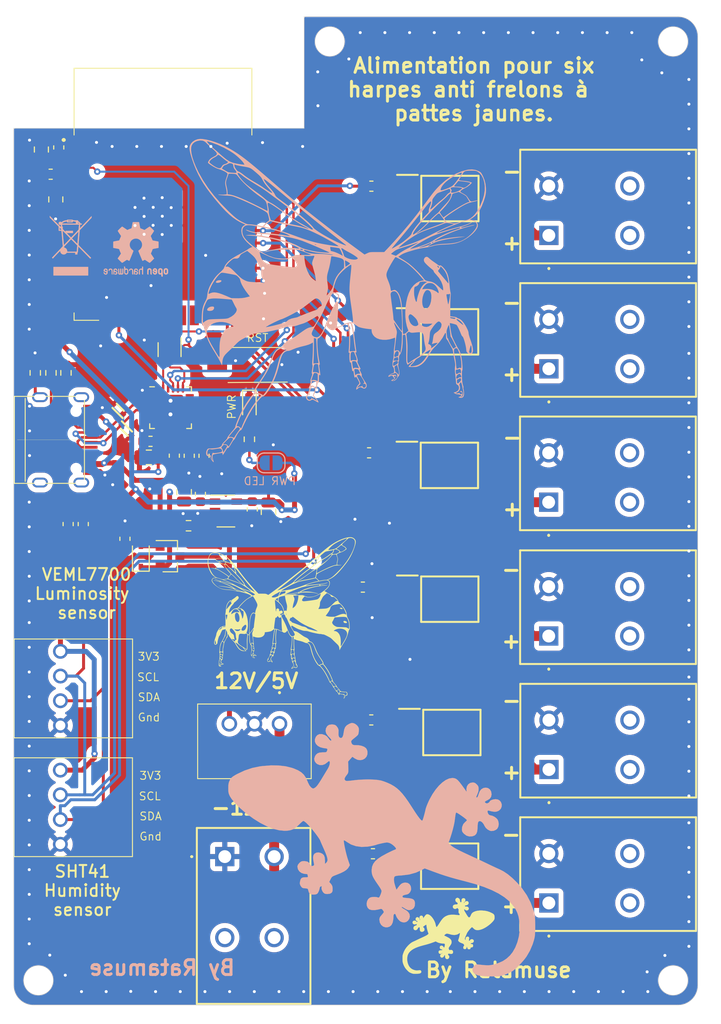
<source format=kicad_pcb>
(kicad_pcb (version 20221018) (generator pcbnew)
  (layers (0 "F.Cu" signal) (31 "B.Cu" signal) (34 "B.Paste" user) (35 "F.Paste" user) (36 "B.SilkS" user "B.Silkscreen") (37 "F.SilkS" user "F.Silkscreen") (38 "B.Mask" user) (39 "F.Mask" user) (44 "Edge.Cuts" user))
  (net 0 "")
  (net 1 "GND")
  (net 2 "+3V3")
  (net 3 "RST_EN")
  (net 4 "VBUS")
  (net 5 "DTR")
  (net 6 "RTS")
  (net 7 "IO0")
  (net 8 "SCL")
  (net 9 "UORXD")
  (net 10 "SDA")
  (net 11 "Net-(J13-CC1)")
  (net 12 "UOTXD")
  (net 14 "Net-(J13-CC2)")
  (net 16 "Net-(J13-SHIELD)")
  (net 17 "Net-(U12-VBUS)")
  (net 18 "Net-(U12-~{RSTb})")
  (net 22 "IO13")
  (net 23 "IO04")
  (net 24 "IO16")
  (net 25 "IO17")
  (net 26 "IO18")
  (net 27 "IO19")
  (net 31 "Net-(R2-Pad1)")
  (net 32 "Net-(R3-Pad1)")
  (net 33 "Net-(R4-Pad1)")
  (net 34 "Net-(R5-Pad1)")
  (net 35 "Net-(R6-Pad1)")
  (net 36 "Net-(R7-Pad1)")
  (net 37 "+5V")
  (net 38 "VBAT")
  (net 39 "Sensor_VN_IO39")
  (net 45 "USBD_P")
  (net 46 "USBD_N")
  (net 47 "Net-(D15-Pad2)")
  (net 48 "Net-(JP21-Pad2)")
  (net 64 "Vout5V")
  (net 65 "Net-(U13-CE)")
  (net 74 "Net-(J2-Pin_1)")
  (net 75 "Net-(J3-Pin_1)")
  (net 76 "Net-(J4-Pin_1)")
  (net 77 "Net-(J5-Pin_1)")
  (net 78 "Net-(J6-Pin_1)")
  (net 79 "Net-(J8-Pin_1)")
  (footprint "Capacitor_SMD:C_0805_2012Metric" (layer "F.Cu") (at 99.3 82.54 90)
    (fp_text reference "C1" hide)
    (fp_text value "22µF" hide)
  )
  (footprint "Capacitor_SMD:C_0603_1608Metric" (layer "F.Cu") (at 101.06 82.33 90)
    (fp_text reference "C2" hide)
    (fp_text value "0.1µF" hide)
  )
  (footprint "Capacitor_SMD:C_0805_2012Metric" (layer "F.Cu") (at 100.76 87.59 -90)
    (fp_text reference "C3" hide)
    (fp_text value "22µF" hide)
  )
  (footprint "Capacitor_SMD:C_0805_2012Metric" (layer "F.Cu") (at 110.18 113.69 180)
    (fp_text reference "C6" hide)
    (fp_text value "4.7µF" hide)
  )
  (footprint "Capacitor_SMD:C_0603_1608Metric" (layer "F.Cu") (at 110.35 112.07 180)
    (fp_text reference "C7" hide)
    (fp_text value "0.1µF" hide)
  )
  (footprint "Capacitor_SMD:C_0603_1608Metric" (layer "F.Cu") (at 115.4 117.39 90)
    (fp_text reference "C9" hide)
    (fp_text value "0.1µF" hide)
  )
  (footprint "Capacitor_SMD:C_0603_1608Metric" (layer "F.Cu") (at 120.65 118.96 -90)
    (fp_text reference "C11" hide)
    (fp_text value "0.1µF" hide)
  )
  (footprint "Resistor_SMD:R_0603_1608Metric" (layer "F.Cu") (at 100.24 85.04)
    (fp_text reference "R1" hide)
    (fp_text value "10K" hide)
  )
  (footprint "Resistor_SMD:R_0603_1608Metric" (layer "F.Cu") (at 132.71 86.25 180)
    (fp_text reference "R2" hide)
    (fp_text value "1K" hide)
  )
  (footprint "Resistor_SMD:R_0603_1608Metric" (layer "F.Cu") (at 132.61 99.63 180)
    (fp_text reference "R3" hide)
    (fp_text value "1K" hide)
  )
  (footprint "Resistor_SMD:R_0603_1608Metric" (layer "F.Cu") (at 132.48 113.23 180)
    (fp_text reference "R4" hide)
    (fp_text value "1K" hide)
  )
  (footprint "Resistor_SMD:R_0603_1608Metric" (layer "F.Cu") (at 131.85 126.82 180)
    (fp_text reference "R5" hide)
    (fp_text value "1K" hide)
  )
  (footprint "Resistor_SMD:R_0603_1608Metric" (layer "F.Cu") (at 132.7 140.26 180)
    (fp_text reference "R6" hide)
    (fp_text value "1K" hide)
  )
  (footprint "Resistor_SMD:R_0603_1608Metric" (layer "F.Cu") (at 132.87 153.8 180)
    (fp_text reference "R7" hide)
    (fp_text value "1K" hide)
  )
  (footprint "Resistor_SMD:R_0603_1608Metric" (layer "F.Cu") (at 112.76 113.52 -90)
    (fp_text reference "R12" hide)
    (fp_text value "22.1K" hide)
  )
  (footprint "Resistor_SMD:R_0603_1608Metric" (layer "F.Cu") (at 114.27 113.53 90)
    (fp_text reference "R13" hide)
    (fp_text value "47.5k" hide)
  )
  (footprint "Resistor_SMD:R_0603_1608Metric" (layer "F.Cu") (at 115.77 113.53 -90)
    (fp_text reference "R14" hide)
    (fp_text value "1K" hide)
  )
  (footprint "Empreintes:ESP32WROOM32EM113EH2800PH3Q0" (layer "F.Cu") (at 102.61 99.82)
    (fp_text reference "U1" hide)
    (fp_text value "ESP32-WROOM-32D" hide)
  )
  (footprint "Empreintes:SOP254P960X420-4N" (layer "F.Cu") (at 140.66 87.5)
    (fp_text reference "U2" hide)
    (fp_text value "PC817" hide)
  )
  (footprint "Empreintes:SOP254P960X420-4N" (layer "F.Cu") (at 140.63 100.99)
    (fp_text reference "U3" hide)
    (fp_text value "PC817" hide)
  )
  (footprint "Empreintes:SOP254P960X420-4N" (layer "F.Cu") (at 140.61 114.5)
    (fp_text reference "U4" hide)
    (fp_text value "PC817" hide)
  )
  (footprint "Empreintes:SOP254P960X420-4N" (layer "F.Cu") (at 140.65 128.04)
    (fp_text reference "U5" hide)
    (fp_text value "PC817" hide)
  )
  (footprint "Empreintes:SOP254P960X420-4N" (layer "F.Cu") (at 140.86 141.53)
    (fp_text reference "U6" hide)
    (fp_text value "PC817" hide)
  )
  (footprint "Empreintes:SOP254P960X420-4N" (layer "F.Cu") (at 140.64 155.06)
    (fp_text reference "U7" hide)
    (fp_text value "PC817" hide)
  )
  (footprint "Package_DFN_QFN:QFN-24-1EP_4x4mm_P0.5mm_EP2.6x2.6mm" (layer "F.Cu") (at 112.38 108.66)
    (fp_text reference "U12" hide)
    (fp_text value "CP2102N-A02-GQFN24" hide)
  )
  (footprint "Package_TO_SOT_SMD:SOT-23-5" (layer "F.Cu") (at 117.98 119.12)
    (fp_text reference "U13" hide)
    (fp_text value "XC6220B331MR" hide)
  )
  (footprint "Empreintes:PTS636SL43SMTRLFS" (layer "F.Cu") (at 121.2 104.32)
    (fp_text reference "SW1" hide)
    (fp_text value "SW_Push" hide)
  )
  (footprint "Fiducial:Fiducial_1.5mm_Mask3mm" (layer "F.Cu") (at 123.65 82.47)
    (fp_text reference "FID1" hide)
    (fp_text value "Fiducial" hide)
  )
  (footprint "Fiducial:Fiducial_1.5mm_Mask3mm" (layer "F.Cu") (at 105.59 163.74)
    (fp_text reference "FID2" hide)
    (fp_text value "Fiducial" hide)
  )
  (footprint "Fiducial:Fiducial_1.5mm_Mask3mm" (layer "F.Cu") (at 157.99 74.6)
    (fp_text reference "FID3" hide)
    (fp_text value "Fiducial" hide)
  )
  (footprint "Fiducial:Fiducial_1.5mm_Mask3mm" (layer "F.Cu") (at 156.34 164.44)
    (fp_text reference "FID4" hide)
    (fp_text value "Fiducial" hide)
  )
  (footprint "Resistor_SMD:R_0603_1608Metric" (layer "F.Cu") (at 103.54 120.44 90)
    (fp_text reference "R16" hide)
    (fp_text value "2.2K" hide)
  )
  (footprint "Resistor_SMD:R_0603_1608Metric" (layer "F.Cu") (at 102.01 120.44 90)
    (fp_text reference "R17" hide)
    (fp_text value "2.2K" hide)
  )
  (footprint "Diode_SMD:D_SOD-323" (layer "F.Cu") (at 109.37 123.71 90)
    (fp_text reference "D4" hide)
    (fp_text value "D_Schottky" hide)
  )
  (footprint "Package_TO_SOT_SMD:SOT-363_SC-70-6" (layer "F.Cu") (at 112.28 102.79 -90)
    (fp_text reference "Q1" hide)
    (fp_text value "UMH3N" hide)
  )
  (footprint "Package_TO_SOT_SMD:SOT-23" (layer "F.Cu") (at 112.32 123.69)
    (fp_text reference "Q2" hide)
    (fp_text value "DMG2301L" hide)
  )
  (footprint "Resistor_SMD:R_0603_1608Metric" (layer "F.Cu") (at 107.76 121.93 90)
    (fp_text reference "R19" hide)
    (fp_text value "10K" hide)
  )
  (footprint "Empreintes:SODFL1406X65N" (layer "F.Cu") (at 106.7 114.94 -90)
    (fp_text reference "D1" hide)
    (fp_text value "SP1003-01DTG" hide)
  )
  (footprint "Empreintes:SODFL1406X65N" (layer "F.Cu") (at 107.06 108.82 135)
    (fp_text reference "D2" hide)
    (fp_text value "SP1003-01DTG" hide)
  )
  (footprint "Empreintes:SODFL1406X65N" (layer "F.Cu") (at 107.92 110.94 -45)
    (fp_text reference "D3" hide)
    (fp_text value "SP1003-01DTG" hide)
  )
  (footprint "Empreintes:TYPE-C-31-M-12" (layer "F.Cu") (at 99.16 111.92 -90)
    (fp_text reference "J13" hide)
    (fp_text value "USB_C_Receptacle_USB2.0 USB4105-GF-A " hide)
  )
  (footprint "Resistor_SMD:R_0603_1608Metric" (layer "F.Cu") (at 98.68 105.14 -90)
    (fp_text reference "R26" hide)
    (fp_text value "1M" hide)
  )
  (footprint "Resistor_SMD:R_0603_1608Metric" (layer "F.Cu") (at 101.79 105.14 -90)
    (fp_text reference "R33" hide)
    (fp_text value "5.1K" hide)
  )
  (footprint "Resistor_SMD:R_0603_1608Metric" (layer "F.Cu") (at 100.27 105.14 -90)
    (fp_text reference "R34" hide)
    (fp_text value "5.1K" hide)
  )
  (footprint "LED_SMD:LED_0603_1608Metric_Castellated" (layer "F.Cu") (at 120.36 108.58 -90)
    (fp_text reference "D15" hide)
    (fp_text value "LED Green" hide)
  )
  (footprint "Resistor_SMD:R_0603_1608Metric" (layer "F.Cu") (at 120.36 111.86 -90)
    (fp_text reference "R29" hide)
    (fp_text value "10K" hide)
  )
  (footprint "Capacitor_SMD:C_0805_2012Metric" (layer "F.Cu") (at 113.75 117.21 90)
    (fp_text reference "C24" hide)
    (fp_text value "10µF")
  )
  (footprint "Capacitor_SMD:C_0805_2012Metric" (layer "F.Cu") (at 122.3 119.21 -90)
    (fp_text reference "C25" hide)
    (fp_text value "10µF")
  )
  (footprint "Empreintes:Logo Ratamuse petit" (layer "F.Cu") (at 140.53 162.11)
    (fp_text reference "G***" hide)
    (fp_text value "LOGO" hide)
  )
  (footprint "Empreintes:1989764" (layer "F.Cu") (at 101.23 133.32 -90)
    (fp_text reference "J7" hide)
    (fp_text value "Conn_01x04" hide)
  )
  (footprint "Empreintes:1190297" (layer "F.Cu") (at 117.87 154.09)
    (fp_text reference "J10" hide)
    (fp_text value "Screw_Terminal_01x02" hide)
  )
  (footprint "Empreintes:R785010" (layer "F.Cu") (at 123.41 140.65 180)
    (fp_text reference "PS1" hide)
    (fp_text value "R-785.0-1.0" hide)
  )
  (footprint "Empreintes:1190297" (layer "F.Cu") (at 150.68 91.23 90)
    (fp_text reference "J2" hide)
    (fp_text value "Conn_01x02_MountingPin" hide)
  )
  (footprint "Empreintes:1190297" (layer "F.Cu") (at 150.66 118.23 90)
    (fp_text reference "J4" hide)
    (fp_text value "Conn_01x02_MountingPin" hide)
  )
  (footprint "Empreintes:logo frelon petit" (layer "F.Cu") (at 123.62 129.95)
    (fp_text reference "G***")
    (fp_text value "LOGO" hide)
  )
  (footprint "Empreintes:1190297" (layer "F.Cu") (at 150.68 104.73 90)
    (fp_text reference "J3" hide)
    (fp_text value "Conn_01x02_MountingPin" hide)
  )
  (footprint "Empreintes:1989764" (layer "F.Cu") (at 101.22 145.34 -90)
    (fp_text reference "J1" hide)
    (fp_text value "Conn_01x04" hide)
  )
  (footprint "Empreintes:1190297" (layer "F.Cu") (at 150.68 158.78 90)
    (fp_text reference "J8" hide)
    (fp_text value "Conn_01x02_MountingPin" hide)
  )
  (footprint "Empreintes:1190297" (layer "F.Cu") (at 150.69 145.28 90)
    (fp_text reference "J6" hide)
    (fp_text value "Conn_01x02_MountingPin" hide)
  )
  (footprint "Resistor_SMD:R_0603_1608Metric" (layer "F.Cu") (at 114.2 120.61 180)
    (fp_text reference "R37" hide)
    (fp_text value "10K")
  )
  (footprint "Empreintes:1190297" (layer "F.Cu") (at 150.67 131.77 90)
    (fp_text reference "J5" hide)
    (fp_text value "Conn_01x02_MountingPin" hide)
  )
  (footprint "Jumper:SolderJumper-2_P1.3mm_Open_RoundedPad1.0x1.5mm" (layer "B.Cu") (at 122.56 114.25 180)
    (fp_text reference "JP21" hide)
    (fp_text value "SolderJumper_2_Open" hide)
  )
  (footprint "Empreintes:Logo Ratamuse" (layer "B.Cu") (at 133.747371 153.416572 180)
    (fp_text reference "G***" hide)
    (fp_text value "LOGO" hide)
  )
  (footprint "Symbol:OSHW-Logo2_7.3x6mm_SilkScreen" (layer "B.Cu") (at 108.87 92.64 180)
    (fp_text reference "REF**" hide)
    (fp_text value "OSHW-Logo2_7.3x6mm_SilkScreen" hide)
  )
  (footprint "Symbol:WEEE-Logo_4.2x6mm_SilkScreen" (layer "B.Cu") (at 102.27 92.27 180)
    (fp_text reference "REF**" hide)
    (fp_text value "WEEE-Logo_4.2x6mm_SilkScreen" hide)
  )
  (footprint "Empreintes:logo frelon" (layer "B.Cu") (at 129.330867 97.850326 180)
    (fp_text reference "G***" hide)
    (fp_text value "LOGO" hide)
  )
  (gr_line (start 98.5 169.11) (end 163.76 169.11) (stroke (width 0.05)) (layer "Edge.Cuts"))
  (gr_circle (center 99 166.61) (end 99 168.11) (stroke (width 0.05)) (fill none) (layer "Edge.Cuts"))
  (gr_line (start 96.5 80.39) (end 96.5 167.11) (stroke (width 0.05)) (layer "Edge.Cuts"))
  (gr_line (start 125.9 80.39) (end 125.9 69.1) (stroke (width 0.05)) (layer "Edge.Cuts"))
  (gr_circle (center 163.26 71.61) (end 163.26 70.11) (stroke (width 0.05)) (fill none) (layer "Edge.Cuts"))
  (gr_circle (center 128.5 71.61) (end 128.5 70.11) (stroke (width 0.05)) (fill none) (layer "Edge.Cuts"))
  (gr_arc (start 165.76 167.11) (mid 165.174214 168.524214) (end 163.76 169.11) (stroke (width 0.05)) (layer "Edge.Cuts"))
  (gr_line (start 165.76 167.11) (end 165.76 71.1) (stroke (width 0.05)) (layer "Edge.Cuts"))
  (gr_line (start 163.76 69.1) (end 125.9 69.1) (stroke (width 0.05)) (layer "Edge.Cuts"))
  (gr_arc (start 98.5 169.11) (mid 97.085786 168.524214) (end 96.5 167.11) (stroke (width 0.05)) (layer "Edge.Cuts"))
  (gr_line (start 96.5 80.39) (end 125.9 80.39) (stroke (width 0.05)) (layer "Edge.Cuts"))
  (gr_circle (center 163.26 166.61) (end 163.26 168.11) (stroke (width 0.05)) (fill none) (layer "Edge.Cuts"))
  (gr_arc (start 163.76 69.1) (mid 165.174214 69.685786) (end 165.76 71.1) (stroke (width 0.05)) (layer "Edge.Cuts"))
  (gr_text "PWR LED" (at 122.43 116.09) (layer "B.SilkS") (effects (font (size 0.8 0.8) (thickness 0.1)) (justify mirror)))
  (gr_text "By Ratamuse" (at 111.5 165.34) (layer "B.SilkS") (effects (font (size 1.5 1.5) (thickness 0.3)) (justify mirror)))
  (gr_text "RST" (at 121.19 101.6) (layer "F.SilkS") (effects (font (size 0.8 0.8) (thickness 0.1))))
  (gr_text "By Ratamuse" (at 145.59 165.57) (layer "F.SilkS") (effects (font (size 1.5 1.5) (thickness 0.3))))
  (gr_text "Gnd" (at 110.19 140) (layer "F.SilkS") (effects (font (size 0.8 0.8) (thickness 0.1))))
  (gr_text "SDA" (at 110.19 137.96) (layer "F.SilkS") (effects (font (size 0.8 0.8) (thickness 0.1))))
  (gr_text "3V3" (at 110.17 133.85) (layer "F.SilkS") (effects (font (size 0.8 0.8) (thickness 0.1))))
  (gr_text "SCL" (at 110.11 135.93) (layer "F.SilkS") (effects (font (size 0.8 0.8) (thickness 0.1))))
  (gr_text "PWR" (at 118.57 108.58 90) (layer "F.SilkS") (effects (font (size 0.8 0.8) (thickness 0.1))))
  (gr_text "SCL" (at 110.28 147.98) (layer "F.SilkS") (effects (font (size 0.8 0.8) (thickness 0.1))))
  (gr_text "-12V+" (at 116.34 150) (layer "F.SilkS") (effects (font (size 1.5 1.5) (thickness 0.3) bold) (justify left bottom)))
  (gr_text "-\n\n\n+" (at 145.74 159.95) (layer "F.SilkS") (effects (font (size 1.5 1.5) (thickness 0.3) bold) (justify left bottom)))
  (gr_text "-\n\n\n+" (at 145.85 119.77) (layer "F.SilkS") (effects (font (size 1.5 1.5) (thickness 0.3) bold) (justify left bottom)))
  (gr_text "SDA" (at 110.36 150.01) (layer "F.SilkS") (effects (font (size 0.8 0.8) (thickness 0.1))))
  (gr_text "Gnd" (at 110.36 152.05) (layer "F.SilkS") (effects (font (size 0.8 0.8) (thickness 0.1))))
  (gr_text "VEML7700\nLuminosity \nsensor" (at 103.88 130.11) (layer "F.SilkS") (effects (font (size 1.2 1.2) (thickness 0.2) bold) (justify bottom)))
  (gr_text "-\n\n\n+" (at 145.82 92.85) (layer "F.SilkS") (effects (font (size 1.5 1.5) (thickness 0.3) bold) (justify left bottom)))
  (gr_text "-\n\n\n+" (at 145.8 106.12) (layer "F.SilkS") (effects (font (size 1.5 1.5) (thickness 0.3) bold) (justify left bottom)))
  (gr_text "SHT41\nHumidity\nsensor" (at 103.45 160.16) (layer "F.SilkS") (effects (font (size 1.2 1.2) (thickness 0.2) bold) (justify bottom)))
  (gr_text "-\n\n\n+" (at 145.75 133.14) (layer "F.SilkS") (effects (font (size 1.5 1.5) (thickness 0.3) bold) (justify left bottom)))
  (gr_text "-\n\n\n+" (at 145.78 146.4) (layer "F.SilkS") (effects (font (size 1.5 1.5) (thickness 0.3) bold) (justify left bottom)))
  (gr_text "3V3" (at 110.34 145.9) (layer "F.SilkS") (effects (font (size 0.8 0.8) (thickness 0.1))))
  (gr_text "Alimentation pour six\nharpes anti frelons à \npattes jaunes.\n\n" (at 143.09 82.17) (layer "F.SilkS") (effects (font (size 1.5 1.5) (thickness 0.3) bold) (justify bottom)))
  (gr_text "12V/5V" (at 116.65 137.2) (layer "F.SilkS") (effects (font (size 1.5 1.5) (thickness 0.3) bold) (justify left bottom)))
  (segment (start 109.5625 112.5375) (end 109.23 112.87) (width 0.25) (layer "F.Cu") (net 1))
  (segment (start 114.48 116.26) (end 114.8225 116.6025) (width 0.3) (layer "F.Cu") (net 1))
  (segment (start 114.8225 116.6025) (end 115.4 116.6025) (width 0.3) (layer "F.Cu") (net 1))
  (segment (start 115.37 119.12) (end 115.13 119.36) (width 0.3) (layer "F.Cu") (net 1))
  (segment (start 115.13 119.36) (end 114.88 119.61) (width 0.3) (layer "F.Cu") (net 1))
  (segment (start 113.75 116.26) (end 113.75 115.76) (width 0.3) (layer "F.Cu") (net 1))
  (segment (start 115.35 115.62) (end 115 115.27) (width 0.3) (layer "F.Cu") (net 1))
  (segment (start 101.06 81.5425) (end 101.535 81.5425) (width 0.5) (layer "F.Cu") (net 1))
  (segment (start 109.5925 110.9825) (end 109.41 110.8) (width 0.3) (layer "F.Cu") (net 1))
  (segment (start 116.88 119.12) (end 115.37 119.12) (width 0.3) (layer "F.Cu") (net 1))
  (segment (start 106.7 115.64) (end 106.7 116.28) (width 0.3) (layer "F.Cu") (net 1))
  (segment (start 103.075 81.82) (end 103.1 81.845) (width 0.5) (layer "F.Cu") (net 1))
  (segment (start 105.73 115.41) (end 105.73 115.480002) (width 0.3) (layer "F.Cu") (net 1))
  (segment (start 100.2675 81.5425) (end 101.06 81.5425) (width 0.5) (layer "F.Cu") (net 1))
  (segment (start 109.520866 107.680866) (end 109.520866 106.899134) (width 0.2) (layer "F.Cu") (net 1))
  (segment (start 114.27 114.3175) (end 114.27 115.24) (width 0.3) (layer "F.Cu") (net 1))
  (segment (start 104.26 115.32) (end 105.64 115.32) (width 0.3) (layer "F.Cu") (net 1))
  (segment (start 109.75 107.91) (end 109.520866 107.680866) (width 0.2) (layer "F.Cu") (net 1))
  (segment (start 100.2075 81.6025) (end 100.2675 81.5425) (width 0.5) (layer "F.Cu") (net 1))
  (segment (start 105.73 115.480002) (end 105.64 115.390002) (width 0.3) (layer "F.Cu") (net 1))
  (segment (start 109.23 112.87) (end 109.23 113.69) (width 0.25) (layer "F.Cu") (net 1))
  (segment (start 109.42 106.869619) (end 109.449515 106.899134) (width 0.2) (layer "F.Cu") (net 1))
  (segment (start 105.33 108.52) (end 105.47 108.66) (width 0.3) (layer "F.Cu") (net 1))
  (segment (start 101.8125 81.82) (end 103.075 81.82) (width 0.5) (layer "F.Cu") (net 1))
  (segment (start 109.5625 112.07) (end 109.5625 112.5375) (width 0.25) (layer "F.Cu") (net 1))
  (segment (start 101.535 81.5425) (end 101.8125 81.82) (width 0.5) (layer "F.Cu") (net 1))
  (segment (start 105.64 115.32) (end 105.73 115.41) (width 0.3) (layer "F.Cu") (net 1))
  (segment (start 120.6 119.7975) (end 120.65 119.7475) (width 0.25) (layer "F.Cu") (net 1))
  (segment (start 113.75 115.76) (end 114.23 115.28) (width 0.3) (layer "F.Cu") (net 1))
  (segment (start 104.26 108.82) (end 105.31 108.82) (width 0.3) (layer "F.Cu") (net 1))
  (segment (start 114.27 115.24) (end 114.23 115.28) (width 0.3) (layer "F.Cu") (net 1))
  (segment (start 104.26 115.02) (end 105.269998 115.02) (width 0.3) (layer "F.Cu") (net 1))
  (segment (start 113.75 116.26) (end 114.48 116.26) (width 0.3) (layer "F.Cu") (net 1))
  (segment (start 99.3 81.6025) (end 100.2075 81.6025) (width 0.5) (layer "F.Cu") (net 1))
  (segment (start 105.64 115.390002) (end 105.64 115.32) (width 0.3) (layer "F.Cu") (net 1))
  (segment (start 104.26 108.52) (end 105.33 108.52) (width 0.3) (layer "F.Cu") (net 1))
  (segment (start 106.7 116.28) (end 106.52 116.46) (width 0.3) (layer "F.Cu") (net 1))
  (segment (start 105.31 108.82) (end 105.47 108.66) (width 0.3) (layer "F.Cu") (net 1))
  (segment (start 105.269998 115.02) (end 105.73 115.480002) (width 0.3) (layer "F.Cu") (net 1))
  (segment (start 120.6 119.7975) (end 120.6 120.60999) (width 0.3) (layer "F.Cu") (net 1))
  (segment (start 109.449515 106.899134) (end 109.520866 106.899134) (width 0.2) (layer "F.Cu") (net 1))
  (segment (start 109.5925 112.06) (end 109.5925 110.9825) (width 0.3) (layer "F.Cu") (net 1))
  (segment (start 110.4425 107.91) (end 109.75 107.91) (width 0.2) (layer "F.Cu") (net 1))
  (via (at 164.86 128.17) (size 0.65) (drill 0.3) (layers "F.Cu" "B.Cu") (net 1))
  (via (at 122.78 112.42) (size 0.65) (drill 0.3) (layers "F.Cu" "B.Cu") (net 1))
  (via (at 100.74 89.56) (size 0.65) (drill 0.3) (layers "F.Cu" "B.Cu") (net 1))
  (via (at 106.52 116.46) (size 0.65) (drill 0.3) (layers "F.Cu" "B.Cu") (net 1))
  (via (at 164.86 95.45) (size 0.65) (drill 0.3) (layers "F.Cu" "B.Cu") (net 1))
  (via (at 160.7 167.75) (size 0.65) (drill 0.3) (layers "F.Cu" "B.Cu") (net 1))
  (via (at 98.07 123.22) (size 0.65) (drill 0.3) (layers "F.Cu" "B.Cu") (net 1))
  (via (at 164.86 103.17) (size 0.65) (drill 0.3) (layers "F.Cu" "B.Cu") (net 1))
  (via (at 110.86 167.75) (size 0.65) (drill 0.3) (layers "F.Cu" "B.Cu") (net 1))
  (via (at 98.1 111.01) (size 0.65) (drill 0.3) (layers "F.Cu" "B.Cu") (net 1))
  (via (at 127.3 78.11) (size 0.65) (drill 0.3) (layers "F.Cu" "B.Cu") (net 1))
  (via (at 98.07 95.72) (size 0.65) (drill 0.3) (layers "F.Cu" "B.Cu") (net 1))
  (via (at 98.07 145.41) (size 0.65) (drill 0.3) (layers "F.Cu" "B.Cu") (net 1))
  (via (at 164.86 90.45) (size 0.65) (drill 0.3) (layers "F.Cu" "B.Cu") (net 1))
  (via (at 101.72 166.09) (size 0.65) (drill 0.3) (layers "F.Cu" "B.Cu") (net 1))
  (via (at 109.7 89.31) (size 0.65) (drill 0.3) (layers "F.Cu" "B.Cu") (net 1))
  (via (at 108.78 90.23) (size 0.65) (drill 0.3) (layers "F.Cu" "B.Cu") (net 1))
  (via (at 164.86 75.45) (size 0.65) (drill 0.3) (layers "F.Cu" "B.Cu") (net 1))
  (via (at 164.86 135.92) (size 0.65) (drill 0.3) (layers "F.Cu" "B.Cu") (net 1))
  (via (at 109.69 87.46) (size 0.65) (drill 0.3) (layers "F.Cu" "B.Cu") (net 1))
  (via (at 140.7 167.75) (size 0.65) (drill 0.3) (layers "F.Cu" "B.Cu") (net 1))
  (via (at 115.86 167.75) (size 0.65) (drill 0.3) (layers "F.Cu" "B.Cu") (net 1))
  (via (at 98.07 160.41) (size 0.65) (drill 0.3) (layers "F.Cu" "B.Cu") (net 1))
  (via (at 164.86 118.17) (size 0.65) (drill 0.3) (layers "F.Cu" "B.Cu") (net 1))
  (via (at 105.9 97.51) (size 0.65) (drill 0.3) (layers "F.Cu" "B.Cu") (net 1))
  (via (at 143.2 167.75) (size 0.65) (drill 0.3) (layers "F.Cu" "B.Cu") (net 1))
  (via (at 154.08 70.71) (size 0.65) (drill 0.3) (layers "F.Cu" "B.Cu") (net 1))
  (via (at 125.75 82.23) (size 0.65) (drill 0.3) (layers "F.Cu" "B.Cu") (net 1))
  (via (at 116.46 82.23) (size 0.65) (drill 0.3) (layers "F.Cu" "B.Cu") (net 1))
  (via (at 98.07 147.91) (size 0.65) (drill 0.3) (layers "F.Cu" "B.Cu") (net 1))
  (via (at 125.86 167.75) (size 0.65) (drill 0.3) (layers "F.Cu" "B.Cu") (net 1))
  (via (at 98.07 140.41) (size 0.65) (drill 0.3) (layers "F.Cu" "B.Cu") (net 1))
  (via (at 128.36 167.75) (size 0.65) (drill 0.3) (layers "F.Cu" "B.Cu") (net 1))
  (via (at 160.63 165.75) (size 0.65) (drill 0.3) (layers "F.Cu" "B.Cu") (net 1))
  (via (at 110.4 96.31) (size 0.65) (drill 0.3) (layers "F.Cu" "B.Cu") (net 1))
  (via (at 148.2 167.75) (size 0.65) (drill 0.3) (layers "F.Cu" "B.Cu") (net 1))
  (via (at 118.96 103.91) (size 0.65) (drill 0.3) (layers "F.Cu" "B.Cu") (net 1))
  (via (at 164.86 130.67) (size 0.65) (drill 0.3) (layers "F.Cu" "B.Cu") (net 1))
  (via (at 112.44 88.42) (size 0.65) (drill 0.3) (layers "F.Cu" "B.Cu") (net 1))
  (via (at 104.88 81.82) (size 0.65) (drill 0.3) (layers "F.Cu" "B.Cu") (net 1))
  (via (at 98.07 98.22) (size 0.65) (drill 0.3) (layers "F.Cu" "B.Cu") (net 1))
  (via (at 109.72 101.82) (size 0.65) (drill 0.3) (layers "F.Cu" "B.Cu") (net 1))
  (via (at 146.58 70.71) (size 0.65) (drill 0.3) (layers "F.Cu" "B.Cu") (net 1))
  (via (at 164.86 150.67) (size 0.65) (drill 0.3) (layers "F.Cu" "B.Cu") (net 1))
  (via (at 103.36 167.75) (size 0.65) (drill 0.3) (layers "F.Cu" "B.Cu") (net 1))
  (via (at 111.46 82.23) (size 0.65) (drill 0.3) (layers "F.Cu" "B.Cu") (net 1))
  (via (at 108.96 82.23) (size 0.65) (drill 0.3) (layers "F.Cu" "B.Cu") (net 1))
  (via (at 107.77 120.12) (size 0.65) (drill 0.3) (layers "F.Cu" "B.Cu") (net 1))
  (via (at 105.47 108.66) (size 0.65) (drill 0.3) (layers "F.Cu" "B.Cu") (net 1))
  (via (at 98.07 118.22) (size 0.65) (drill 0.3) (layers "F.Cu" "B.Cu") (net 1))
  (via (at 164.86 123.17) (size 0.65) (drill 0.3) (layers "F.Cu" "B.Cu") (net 1))
  (via (at 160.09 73.47) (size 0.65) (drill 0.3) (layers "F.Cu" "B.Cu") (net 1))
  (via (at 98.07 155.41) (size 0.65) (drill 0.3) (layers "F.Cu" "B.Cu") (net 1))
  (via (at 98.07 137.91) (size 0.65) (drill 0.3) (layers "F.Cu" "B.Cu") (net 1))
  (via (at 123.54 120.19) (size 0.65) (drill 0.3) (layers "F.Cu" "B.Cu") (net 1))
  (via (at 110.61 90.21) (size 0.65) (drill 0.3) (layers "F.Cu" "B.Cu") (net 1))
  (via (at 111.53 91.14) (size 0.65) (drill 0.3) (layers "F.Cu" "B.Cu") (net 1))
  (via (at 109.48 110.98) (size 0.65) (drill 0.3) (layers "F.Cu" "B.Cu") (net 1))
  (via (at 115.13 119.36) (size 0.65) (drill 0.3) (layers "F.Cu" "B.Cu") (net 1))
  (via (at 98.07 85.72) (size 0.65) (drill 0.3) (layers "F.Cu" "B.Cu") (net 1))
  (via (at 132.79 129.91) (size 0.65) (drill 0.3) (layers "F.Cu" "B.Cu") (net 1))
  (via (at 164.86 92.95) (size 0.65) (drill 0.3) (layers "F.Cu" "B.Cu") (net 1))
  (via (at 105.86 167.75) (size 0.65) (drill 0.3) (layers "F.Cu" "B.Cu") (net 1))
  (via (at 139.08 70.71) (size 0.65) (drill 0.3) (layers "F.Cu" "B.Cu") (net 1))
  (via (at 135.86 167.75) (size 0.65) (drill 0.3) (layers "F.Cu" "B.Cu") (net 1))
  (via (at 164.86 85.45) (size 0.65) (drill 0.3) (layers "F.Cu" "B.Cu") (net 1))
  (via (at 108.35 167.73) (size 0.65) (drill 0.3) (layers "F.Cu" "B.Cu") (net 1))
  (via (at 155.7 167.75) (size 0.65) (drill 0.3) (layers "F.Cu" "B.Cu") (net 1))
  (via (at 120.6 120.60999) (size 0.65) (drill 0.3) (layers "F.Cu" "B.Cu") (net 1))
  (via (at 118.36 167.75) (size 0.65) (drill 0.3) (layers "F.Cu" "B.Cu") (net 1))
  (via (at 164.86 140.45) (size 0.65) (drill 0.3) (layers "F.Cu" "B.Cu") (net 1))
  (via (at 159.08 70.71) (size 0.65) (drill 0.3) (layers "F.Cu" "B.Cu") (net 1))
  (via (at 105.73 115.480002) (size 0.65) (drill 0.3) (layers "F.Cu" "B.Cu") (net 1))
  (via (at 162.43 164.09) (size 0.65) (drill 0.3) (layers "F.Cu" "B.Cu") (net 1))
  (via (at 109.520866 106.899134) (size 0.65) (drill 0.3) (layers "F.Cu" "B.Cu") (net 1))
  (via (at 153.2 167.75) (size 0.65) (drill 0.3) (layers "F.Cu" "B.Cu") (net 1))
  (via (at 164.86 153.17) (size 0.65) (drill 0.3) (layers "F.Cu" "B.Cu") (net 1))
  (via (at 98.1 113.51) (size 0.65) (drill 0.3) (layers "F.Cu" "B.Cu") (net 1))
  (via (at 98.07 132.91) (size 0.65) (drill 0.3) (layers "F.Cu" "B.Cu") (net 1))
  (via (at 164.86 145.45) (size 0.65) (drill 0.3) (layers "F.Cu" "B.Cu") (net 1))
  (via (at 151.58 70.71) (size 0.65) (drill 0.3) (layers "F.Cu" "B.Cu") (net 1))
  (via (at 164.86 120.67) (size 0.65) (drill 0.3) (layers "F.Cu" "B.Cu") (net 1))
  (via (at 98.07 120.72) (size 0.65) (drill 0.3) (layers "F.Cu" "B.Cu") (net 1))
  (via (at 98.07 93.22) (size 0.65) (drill 0.3) (layers "F.Cu" "B.Cu") (net 1))
  (via (at 111.53 87.41) (size 0.65) (drill 0.3) (layers "F.Cu" "B.Cu") (net 1))
  (via (at 164.86 108.17) (size 0.65) (drill 0.3) (layers "F.Cu" "B.Cu") (net 1))
  (via (at 132.77 124.45) (size 0.65) (drill 0.3) (layers "F.Cu" "B.Cu") (net 1))
  (via (at 100.15 164.06) (size 0.65) (drill 0.3) (layers "F.Cu" "B.Cu") (net 1))
  (via (at 130.86 167.75) (size 0.65) (drill 0.3) (layers "F.Cu" "B.Cu") (net 1))
  (via (at 164.86 77.95) (size 0.65) (drill 0.3) (layers "F.Cu" "B.Cu") (net 1))
  (via (at 105.3 102.41) (size 0.65) (drill 0.3) (layers "F.Cu" "B.Cu") (net 1))
  (via (at 98.07 142.91) (size 0.65) (drill 0.3) (layers "F.Cu" "B.Cu") (net 1))
  (via (at 98.07 152.91) (size 0.65) (drill 0.3) (layers "F.Cu" "B.Cu") (net 1))
  (via (at 164.86 115.67) (size 0.65) (drill 0.3) (layers "F.Cu" "B.Cu") (net 1))
  (via (at 98.1 108.51) (size 0.65) (drill 0.3) (layers "F.Cu" "B.Cu") (net 1))
  (via (at 98.07 130.41) (size 0.65) (drill 0.3) (layers "F.Cu" "B.Cu") (net 1))
  (via (at 108.78 88.4) (size 0.65) (drill 0.3) (layers "F.Cu" "B.Cu") (net 1))
  (via (at 115.35 115.62) (size 0.65) (drill 0.3) (layers "F.Cu" "B.Cu") (net 1))
  (via (at 164.86 87.95) (size 0.65) (drill 0.3) (layers "F.Cu" "B.Cu") (net 1))
  (via (at 164.86 113.17) (size 0.65) (drill 0.3) (layers "F.Cu" "B.Cu") (net 1))
  (via (at 110.62 88.39) (size 0.65) (drill 0.3) (layers "F.Cu" "B.Cu") (net 1))
  (via (at 106.46 82.23) (size 0.65) (drill 0.3) (layers "F.Cu" "B.Cu") (net 1))
  (via (at 150.7 167.75) (size 0.65) (drill 0.3) (layers "F.Cu" "B.Cu") (net 1))
  (via (at 144.08 70.71) (size 0.65) (drill 0.3) (layers "F.Cu" "B.Cu") (net 1))
  (via (at 164.86 158.17) (size 0.65) (drill 0.3) (layers "F.Cu" "B.Cu") (net 1))
  (via (at 156.58 70.71) (size 0.65) (drill 0.3) (layers "F.Cu" "B.Cu") (net 1))
  (via (at 164.86 142.95) (size 0.65) (drill 0.3) (layers "F.Cu" "B.Cu") (net 1))
  (via (at 131.58 70.71) (size 0.65) (drill 0.3) (layers "F.Cu" "B.Cu") (net 1))
  (via (at 134.54 120.35) (size 0.65) (drill 0.3) (layers "F.Cu" "B.Cu") (net 1))
  (via (at 162.12 74.78) (size 0.65) (drill 0.3) (layers "F.Cu" "B.Cu") (net 1))
  (via (at 114.23 115.28) (size 0.65) (drill 0.3) (layers "F.Cu" "B.Cu") (net 1))
  (via (at 164.86 125.67) (size 0.65) (drill 0.3) (layers "F.Cu" "B.Cu") (net 1))
  (via (at 112.45 90.22) (size 0.65) (drill 0.3) (layers "F.Cu" "B.Cu") (net 1))
  (via (at 164.86 100.45) (size 0.65) (drill 0.3) (layers "F.Cu" "B.Cu") (net 1))
  (via (at 98.07 157.91) (size 0.65) (drill 0.3) (layers "F.Cu" "B.Cu") (net 1))
  (via (at 123.65 104.31) (size 0.65) (drill 0.3) (layers "F.Cu" "B.Cu") (net 1))
  (via (at 112.37 109.34) (size 0.8) (drill 0.4) (layers "F.Cu" "B.Cu") (net 1))
  (via (at 98.07 88.22) (size 0.65) (drill 0.3) (layers "F.Cu" "B.Cu") (net 1))
  (via (at 149.08 70.71) (size 0.65) (drill 0.3) (layers "F.Cu" "B.Cu") (net 1))
  (via (at 158.2 167.75) (size 0.65) (drill 0.3) (layers "F.Cu" "B.Cu") (net 1))
  (via (at 112.38 107.96) (size 0.8) (drill 0.4) (layers "F.Cu" "B.Cu") (net 1))
  (via (at 98.1 81.59) (size 0.65) (drill 0.3) (layers "F.Cu" "B.Cu") (net 1))
  (via (at 164.86 82.95) (size 0.65) (drill 0.3) (layers "F.Cu" "B.Cu") (net 1))
  (via (at 98.07 128.22) (size 0.65) (drill 0.3) (layers "F.Cu" "B.Cu") (net 1))
  (via (at 125.29 103.05) (size 0.65) (drill 0.3) (layers "F.Cu" "B.Cu") (net 1))
  (via (at 136.58 70.71) (size 0.65) (drill 0.3) (layers "F.Cu" "B.Cu") (net 1))
  (via (at 98.07 100.72) (size 0.65) (drill 0.3) (layers "F.Cu" "B.Cu") (net 1))
  (via (at 98.07 125.72) (size 0.65) (drill 0.3) (layers "F.Cu" "B.Cu") (net 1))
  (via (at 117.56 115.35) (size 0.65) (drill 0.3) (layers "F.Cu" "B.Cu") (net 1))
  (via (at 98.07 162.91) (size 0.65) (drill 0.3) (layers "F.Cu" "B.Cu") (net 1))
  (via (at 120.86 167.75) (size 0.65) (drill 0.3) (layers "F.Cu" "B.Cu") (net 1))
  (via (at 141.58 70.71) (size 0.65) (drill 0.3) (layers "F.Cu" "B.Cu") (net 1))
  (via (at 113.65 119.38) (size 0.65) (drill 0.3) (layers "F.Cu" "B.Cu") (net 1))
  (via (at 121.69 81.84) (size 0.65) (drill 0.3) (layers "F.Cu" "B.Cu") (net 1))
  (via (at 134.08 70.71) (size 0.65) (drill 0.3) (layers "F.Cu" "B.Cu") (net 1))
  (via (at 164.86 147.95) (size 0.65) (drill 0.3) (layers "F.Cu" "B.Cu") (net 1))
  (via (at 118.11 81.9) (size 0.65) (drill 0.3) (layers "F.Cu" "B.Cu") (net 1))
  (via (at 98.07 150.41) (size 0.65) (drill 0.3) (layers "F.Cu" "B.Cu") (net 1))
  (via (at 130.43 73.38) (size 0.65) (drill 0.3) (layers "F.Cu" "B.Cu") (net 1))
  (via (at 164.86 155.67) (size 0.65) (drill 0.3) (layers "F.Cu" "B.Cu") (net 1))
  (via (at 111.54 89.29) (size 0.65) (drill 0.3) (layers "F.Cu" "B.Cu") (net 1))
  (via (at 164.86 138.17) (size 0.65) (drill 0.3) (layers "F.Cu" "B.Cu") (net 1))
  (via (at 133.36 167.75) (size 0.65) (drill 0.3) (layers "F.Cu" "B.Cu") (net 1))
  (via (at 164.86 97.95) (size 0.65) (drill 0.3) (layers "F.Cu" "B.Cu") (net 1))
  (via (at 164.86 105.67) (size 0.65) (drill 0.3) (layers "F.Cu" "B.Cu") (net 1))
  (via (at 113.96 82.23) (size 0.65) (drill 0.3) (layers "F.Cu" "B.Cu") (net 1))
  (via (at 113.36 167.75) (size 0.65) (drill 0.3) (layers "F.Cu" "B.Cu") (net 1))
  (via (at 110.27 116.88) (size 0.65) (drill 0.3) (layers "F.Cu" "B.Cu") (net 1))
  (via (at 164.86 80.45) (size 0.65) (drill 0.3) (layers "F.Cu" "B.Cu") (net 1))
  (via (at 98.07 135.41) (size 0.65) (drill 0.3) (layers "F.Cu" "B.Cu") (net 1))
  (via (at 98.66 103.12) (size 0.65) (drill 0.3) (layers "F.Cu" "B.Cu") (net 1))
  (via (at 131.05 119.95) (size 0.65) (drill 0.3) (layers "F.Cu" "B.Cu") (net 1))
  (via (at 164.86 160.67) (size 0.65) (drill 0.3) (layers "F.Cu" "B.Cu") (net 1))
  (via (at 123.36 167.75) (size 0.65) (drill 0.3) (layers "F.Cu" "B.Cu") (net 1))
  (via (at 98.07 90.72) (size 0.65) (drill 0.3) (layers "F.Cu" "B.Cu") (net 1))
  (via (at 164.86 110.67) (size 0.65) (drill 0.3) (layers "F.Cu" "B.Cu") (net 1))
  (via (at 145.7 167.75) (size 0.65) (drill 0.3) (layers "F.Cu" "B.Cu") (net 1))
  (via (at 138.36 167.75) (size 0.65) (drill 0.3) (layers "F.Cu" "B.Cu") (net 1))
  (via (at 127.28 74.68) (size 0.65) (drill 0.3) (layers "F.Cu" "B.Cu") (net 1))
  (via (at 164.86 163.17) (size 0.65) (drill 0.3) (layers "F.Cu" "B.Cu") (net 1))
  (via (at 109.7 91.12) (size 0.65) (drill 0.3) (layers "F.Cu" "B.Cu") (net 1))
  (via (at 136.62 134.13) (size 0.65) (drill 0.3) (layers "F.Cu" "B.Cu") (net 1))
  (via (at 164.86 133.17) (size 0.65) (drill 0.3) (layers "F.Cu" "B.Cu") (net 1))
  (via (at 115.93 93.25) (size 0.65) (drill 0.3) (layers "F.Cu" "B.Cu") (net 1))
  (segment (start 104.68 144.1) (end 103.44 145.34) (width 0.5) (layer "F.Cu") (net 2))
  (segment (start 110.4425 109.91) (end 109.76 109.91) (width 0.2) (layer "F.Cu") (net 2))
  (segment (start 102.01 119.6525) (end 106.0875 119.6525) (width 0.5) (layer "F.Cu") (net 2))
  (segment (start 111.13 112.0225) (end 111.13 115.149998) (width 0.3) (layer "F.Cu") (net 2))
  (segment (start 109.68 109.88) (end 109.68 109.83) (width 0.2) (layer "F.Cu") (net 2))
  (segment (start 100.33 83.11) (end 99.9625 83.4775) (width 0.5) (layer "F.Cu") (net 2))
  (segment (start 109.75 109.41) (end 110.4425 109.41) (width 0.2) (layer "F.Cu") (net 2))
  (segment (start 109.68 110.1) (end 109.68 109.88) (width 0.2) (layer "F.Cu") (net 2))
  (segment (start 120.65 118.1725) (end 123.3625 118.1725) (width 0.5) (layer "F.Cu") (net 2))
  (segment (start 102.159627 103.030373) (end 99.4525 100.323246) (width 0.5) (layer "F.Cu") (net 2))
  (segment (start 99.3 84.16) (end 99.4525 84.3125) (width 0.5) (layer "F.Cu") (net 2))
  (segment (start 108.82 116.92) (end 108.85 116.92) (width 0.5) (layer "F.Cu") (net 2))
  (segment (start 101.0375 119.6525) (end 102.01 119.6525) (width 0.5) (layer "F.Cu") (net 2))
  (segment (start 99.3 83.4775) (end 99.3 84.16) (width 0.5) (layer "F.Cu") (net 2))
  (segment (start 124.93 119.01) (end 124.93 115.34) (width 0.5) (layer "F.Cu") (net 2))
  (segment (start 99.9625 83.4775) (end 99.3 83.4775) (width 0.5) (layer "F.Cu") (net 2))
  (segment (start 109.68 109.48) (end 109.75 109.41) (width 0.2) (layer "F.Cu") (net 2))
  (segment (start 119.2575 114.3175) (end 122.3 117.36) (width 0.3) (layer "F.Cu") (net 2))
  (segment (start 101.23 124.87) (end 100.65 124.29) (width 0.5) (layer "F.Cu") (net 2))
  (segment (start 103.44 145.34) (end 101.22 145.34) (width 0.5) (layer "F.Cu") (net 2))
  (segment (start 100.65 124.29) (end 100.65 120.04) (width 0.5) (layer "F.Cu") (net 2))
  (segment (start 110.1775 110.5975) (end 109.68 110.1) (width 0.2) (layer "F.Cu") (net 2))
  (segment (start 123.65 118.46) (end 123.65 119.01) (width 0.5) (layer "F.Cu") (net 2))
  (segment (start 115.77 114.3175) (end 119.2575 114.3175) (width 0.3) (layer "F.Cu") (net 2))
  (segment (start 99.4525 100.323246) (end 99.4525 85.04) (width 0.5) (layer "F.Cu") (net 2))
  (segment (start 99.4525 84.3125) (end 99.4525 85.04) (width 0.5) (layer "F.Cu") (net 2))
  (segment (start 104.68 143.68) (end 104.68 144.1) (width 0.5) (layer "F.Cu") (net 2))
  (segment (start 103.0975 83.1175) (end 103.1 83.115) (width 0.5) (layer "F.Cu") (net 2))
  (segment (start 101.0525 83.11) (end 100.33 83.11) (width 0.5) (layer "F.Cu") (net 2))
  (segment (start 101.06 83.1175) (end 103.0975 83.1175) (width 0.5) (layer "F.Cu") (net 2))
  (segment (start 111.13 110.5975) (end 111.13 112.0225) (width 0.2) (layer "F.Cu") (net 2))
  (segment (start 106.0875 119.6525) (end 108.82 116.92) (width 0.5) (layer "F.Cu") (net 2))
  (segment (start 123.3625 118.1725) (end 123.65 118.46) (width 0.5) (layer "F.Cu") (net 2))
  (segment (start 111.13 110.5975) (end 110.1775 110.5975) (width 0.2) (layer "F.Cu") (net 2))
  (segment (start 109.76 109.91) (end 109.68 109.88) (width 0.2) (layer "F.Cu") (net 2))
  (segment (start 119.08 118.17) (end 121.11 118.17) (width 0.5) (layer "F.Cu") (net 2))
  (segment (start 122.3 117.36) (end 122.3 118.26) (width 0.3) (layer "F.Cu") (net 2))
  (segment (start 109.68 109.83) (end 109.68 109.72) (width 0.2) (layer "F.Cu") (net 2))
  (segment (start 101.23 133.32) (end 101.23 124.87) (width 0.5) (layer "F.Cu") (net 2))
  (segment (start 109.68 109.72) (end 109.68 109.48) (width 0.2) (layer "F.Cu") (net 2))
  (segment (start 124.93 115.34) (end 124.91 115.32) (width 0.5) (layer "F.Cu") (net 2))
  (segment (start 100.65 120.04) (end 101.0375 119.6525) (width 0.5) (layer "F.Cu") (net 2))
  (via (at 108.85 116.92) (size 0.65) (drill 0.3) (layers "F.Cu" "B.Cu") (net 2))
  (via (at 123.65 119.01) (size 0.65) (drill 0.3) (layers "F.Cu" "B.Cu") (net 2))
  (via (at 102.159627 103.030373) (size 0.65) (drill 0.3) (layers "F.Cu" "B.Cu") (net 2))
  (via (at 111.13 115.149998) (size 0.65) (drill 0.3) (layers "F.Cu" "B.Cu") (net 2))
  (via (at 124.93 119.01) (size 0.65) (drill 0.3) (layers "F.Cu" "B.Cu") (net 2))
  (via (at 104.68 143.68) (size 0.65) (drill 0.3) (layers "F.Cu" "B.Cu") (net 2))
  (via (at 124.91 115.32) (size 0.65) (drill 0.3) (layers "F.Cu" "B.Cu") (net 2))
  (segment (start 124.91 114.62) (end 124.91 115.32) (width 0.25) (layer "B.Cu") (net 2))
  (segment (start 103.83 133.32) (end 104.65 134.14) (width 0.5) (layer "B.Cu") (net 2))
  (segment (start 105.61 106.480746) (end 102.484626 103.355372) (width 0.5) (layer "B.Cu") (net 2))
  (segment (start 108.44 116.51) (end 108.85 116.92) (width 0.5) (layer "B.Cu") (net 2))
  (segment (start 122.855001 118.215001) (end 110.145001 118.215001) (width 0.5) (layer "B.Cu") (net 2))
  (segment (start 101.23 133.32) (end 103.83 133.32) (width 0.5) (layer "B.Cu") (net 2))
  (segment (start 124.54 114.25) (end 124.91 114.62) (width 0.25) (layer "B.Cu") (net 2))
  (segment (start 105.6 106.48) (end 108.44 109.32) (width 0.5) (layer "B.Cu") (net 2))
  (segment (start 108.469998 115.149998) (end 111.13 115.149998) (width 0.3) (layer "B.Cu") (net 2))
  (segment (start 110.145001 118.215001) (end 108.85 116.92) (width 0.5) (layer "B.Cu") (net 2))
  (segment (start 123.65 119.01) (end 122.855001 118.215001) (width 0.5) (layer "B.Cu") (net 2))
  (segment (start 102.484626 103.355372) (end 102.159627 103.030373) (width 0.5) (layer "B.Cu") (net 2))
  (segment (start 104.65 143.65) (end 104.68 143.68) (width 0.5) (layer "B.Cu") (net 2))
  (segment (start 108.44 109.32) (end 108.44 116.51) (width 0.5) (layer "B.Cu") (net 2))
  (segment (start 104.65 134.14) (end 104.65 143.65) (width 0.5) (layer "B.Cu") (net 2))
  (segment (start 123.65 119.01) (end 124.93 119.01) (width 0.5) (layer "B.Cu") (net 2))
  (segment (start 123.21 114.25) (end 124.54 114.25) (width 0.25) (layer "B.Cu") (net 2))
  (segment (start 101.0275 85.6325) (end 101.0275 85.04) (width 0.3) (layer "F.Cu") (net 3))
  (segment (start 115.75 103.9) (end 114.24 102.39) (width 0.25) (layer "F.Cu") (net 3))
  (segment (start 104.565 84.385) (end 103.1 84.385) (width 0.2) (layer "F.Cu") (net 3))
  (segment (start 114.24 102.39) (end 114.24 101.82) (width 0.25) (layer "F.Cu") (net 3))
  (segment (start 100.76 86.6525) (end 100.76 85.9) (width 0.3) (layer "F.Cu") (net 3))
  (segment (start 113.78 102.32) (end 114.24 102.32) (width 0.2) (layer "F.Cu") (net 3))
  (segment (start 101.205 84.385) (end 103.1 84.385) (width 0.3) (layer "F.Cu") (net 3))
  (segment (start 117.1 103.9) (end 115.75 103.9) (width 0.25) (layer "F.Cu") (net 3))
  (segment (start 100.76 85.9) (end 101.0275 85.6325) (width 0.3) (layer "F.Cu") (net 3))
  (segment (start 101.0275 85.04) (end 101.0275 84.5625) (width 0.3) (layer "F.Cu") (net 3))
  (segment (start 114.24 101.82) (end 114.2 101.78) (width 0.25) (layer "F.Cu") (net 3))
  (segment (start 112.93 103.74) (end 112.93 103.17) (width 0.2) (layer "F.Cu") (net 3))
  (segment (start 101.0275 84.5625) (end 101.205 84.385) (width 0.3) (layer "F.Cu") (net 3))
  (segment (start 104.96 84.78) (end 104.565 84.385) (width 0.2) (layer "F.Cu") (net 3))
  (segment (start 112.93 103.17) (end 113.78 102.32) (width 0.2) (layer "F.Cu") (net 3))
  (via (at 114.2 101.78) (size 0.65) (drill 0.3) (layers "F.Cu" "B.Cu") (net 3))
  (via (at 104.96 84.78) (size 0.65) (drill 0.3) (layers "F.Cu" "B.Cu") (net 3))
  (segment (start 114.2 86.23) (end 114.2 101.78) (width 0.2) (layer "B.Cu") (net 3))
  (segment (start 104.96 84.78) (end 112.75 84.78) (width 0.2) (layer "B.Cu") (net 3))
  (segment (start 112.75 84.78) (end 114.2 86.23) (width 0.2) (layer "B.Cu") (net 3))
  (segment (start 104.26 114.22) (end 105.62 114.22) (width 0.3) (layer "F.Cu") (net 4))
  (segment (start 105.85 110.08) (end 105.364988 109.594988) (width 0.4) (layer "F.Cu") (net 4))
  (segment (start 111.32 122.74) (end 109.45 122.74) (width 0.3) (layer "F.Cu") (net 4))
  (segment (start 105.364988 109.594988) (end 104.285012 109.594988) (width 0.3) (layer "F.Cu") (net 4))
  (segment (start 111.32 122.74) (end 111.32 116.05) (width 0.5) (layer "F.Cu") (net 4))
  (segment (start 109.37 122.66) (end 107.8175 122.66) (width 0.25) (layer "F.Cu") (net 4))
  (segment (start 105.62 114.26) (end 105.46001 114.41999) (width 0.5) (layer "F.Cu") (net 4))
  (segment (start 104.285012 109.594988) (end 104.26 109.62) (width 0.3) (layer "F.Cu") (net 4))
  (segment (start 111.814998 116.015002) (end 108.805002 116.015002) (width 0.5) (layer "F.Cu") (net 4))
  (segment (start 107.05 114.26) (end 105.66 114.26) (width 0.5) (layer "F.Cu") (net 4))
  (segment (start 105.62 114.22) (end 105.66 114.26) (width 0.3) (layer "F.Cu") (net 4))
  (segment (start 107.8175 122.66) (end 107.76 122.7175) (width 0.25) (layer "F.Cu") (net 4))
  (segment (start 104.26 109.32) (end 104.90176 109.32) (width 0.3) (layer "F.Cu") (net 4))
  (segment (start 108.805002 116.015002) (end 107.05 114.26) (width 0.5) (layer "F.Cu") (net 4))
  (segment (start 104.90176 109.32) (end 105.076748 109.494988) (width 0.3) (layer "F.Cu") (net 4))
  (segment (start 105.076748 109.494988) (end 105.264988 109.494988) (width 0.3) (layer "F.Cu") (net 4))
  (segment (start 111.32 116.05) (end 111.39 115.98) (width 0.3) (layer "F.Cu") (net 4))
  (segment (start 112.76 115.07) (end 111.814998 116.015002) (width 0.5) (layer "F.Cu") (net 4))
  (segment (start 105.46001 114.41999) (end 104.26 114.41999) (width 0.5) (layer "F.Cu") (net 4))
  (segment (start 105.66 114.26) (end 105.62 114.26) (width 0.5) (layer "F.Cu") (net 4))
  (segment (start 112.76 114.3075) (end 112.76 115.07) (width 0.5) (layer "F.Cu") (net 4))
  (segment (start 105.264988 109.494988) (end 105.364988 109.594988) (width 0.3) (layer "F.Cu") (net 4))
  (via (at 105.85 110.08) (size 0.65) (drill 0.3) (layers "F.Cu" "B.Cu") (net 4))
  (via (at 105.66 114.26) (size 0.65) (drill 0.3) (layers "F.Cu" "B.Cu") (net 4))
  (segment (start 105.66 114.26) (end 106.684999 113.235001) (width 0.5) (layer "B.Cu") (net 4))
  (segment (start 106.684999 110.914999) (end 105.85 110.08) (width 0.5) (layer "B.Cu") (net 4))
  (segment (start 106.684999 113.235001) (end 106.684999 110.914999) (width 0.5) (layer "B.Cu") (net 4))
  (segment (start 112.28 101.84) (end 112.28 102.365) (width 0.2) (layer "F.Cu") (net 5))
  (segment (start 112.28 102.365) (end 111.63 103.015) (width 0.2) (layer "F.Cu") (net 5))
  (segment (start 111.63 103.215) (end 111.63 103.74) (width 0.2) (layer "F.Cu") (net 5))
  (segment (start 111.63 103.015) (end 111.63 103.215) (width 0.2) (layer "F.Cu") (net 5))
  (segment (start 111.63 106.7225) (end 111.63 103.74) (width 0.2) (layer "F.Cu") (net 5))
  (segment (start 112.37 104.6) (end 112.28 104.51) (width 0.2) (layer "F.Cu") (net 6))
  (segment (start 112.37 104.6) (end 113.33 104.6) (width 0.2) (layer "F.Cu") (net 6))
  (segment (start 112.28 104.51) (end 112.28 103.74) (width 0.2) (layer "F.Cu") (net 6))
  (segment (start 112.28 103.74) (end 112.28 103.215) (width 0.2) (layer "F.Cu") (net 6))
  (segment (start 113.63 106.152002) (end 113.63 106.7225) (width 0.2) (layer "F.Cu") (net 6))
  (segment (start 112.93 102.565) (end 112.93 102.365) (width 0.2) (layer "F.Cu") (net 6))
  (segment (start 112.93 102.365) (end 112.93 101.84) (width 0.2) (layer "F.Cu") (net 6))
  (segment (start 113.33 104.6) (end 113.770001 105.040001) (width 0.2) (layer "F.Cu") (net 6))
  (segment (start 112.28 103.215) (end 112.93 102.565) (width 0.2) (layer "F.Cu") (net 6))
  (segment (start 113.770001 105.040001) (end 113.770001 106.012001) (width 0.2) (layer "F.Cu") (net 6))
  (segment (start 113.770001 106.012001) (end 113.63 106.152002) (width 0.2) (layer "F.Cu") (net 6))
  (segment (start 111.63 101.84) (end 111.63 101.2) (width 0.2) (layer "F.Cu") (net 7))
  (segment (start 121.495 98.355) (end 120.1 98.355) (width 0.2) (layer "F.Cu") (net 7))
  (segment (start 121.79 99.210381) (end 121.78 99.200381) (width 0.2) (layer "F.Cu") (net 7))
  (segment (start 114.790381 100.949998) (end 115.25 100.949998) (width 0.2) (layer "F.Cu") (net 7))
  (segment (start 121.78 99.200381) (end 121.78 98.64) (width 0.2) (layer "F.Cu") (net 7))
  (segment (start 121.79 99.67) (end 121.79 99.210381) (width 0.2) (layer "F.Cu") (net 7))
  (segment (start 121.78 98.64) (end 121.495 98.355) (width 0.2) (layer "F.Cu") (net 7))
  (segment (start 111.880002 100.949998) (end 114.790381 100.949998) (width 0.2) (layer "F.Cu") (net 7))
  (segment (start 111.63 101.2) (end 111.880002 100.949998) (width 0.2) (layer "F.Cu") (net 7))
  (via (at 121.79 99.67) (size 0.65) (drill 0.3) (layers "F.Cu" "B.Cu") (net 7))
  (via (at 115.25 100.949998) (size 0.65) (drill 0.3) (layers "F.Cu" "B.Cu") (net 7))
  (segment (start 115.709619 100.949998) (end 115.25 100.949998) (width 0.2) (layer "B.Cu") (net 7))
  (segment (start 121.79 99.67) (end 120.510002 100.949998) (width 0.2) (layer "B.Cu") (net 7))
  (segment (start 120.510002 100.949998) (end 115.709619 100.949998) (width 0.2) (layer "B.Cu") (net 7))
  (segment (start 102.01 123.79) (end 103.57 125.35) (width 0.3) (layer "F.Cu") (net 8))
  (segment (start 102.79 135.82) (end 101.23 135.82) (width 0.3) (layer "F.Cu") (net 8))
  (segment (start 118.125 85.035) (end 118.125 100.865) (width 0.3) (layer "F.Cu") (net 8))
  (segment (start 103.57 125.35) (end 103.57 135.04) (width 0.3) (layer "F.Cu") (net 8))
  (segment (start 120.11 84.35) (end 118.81 84.35) (width 0.3) (layer "F.Cu") (net 8))
  (segment (start 118.81 84.35) (end 118.125 85.035) (width 0.3) (layer "F.Cu") (net 8))
  (segment (start 126.37 123.14) (end 126.06 123.45) (width 0.3) (layer "F.Cu") (net 8))
  (segment (start 118.125 100.865) (end 126.37 109.11) (width 0.3) (layer "F.Cu") (net 8))
  (segment (start 103.57 135.04) (end 102.79 135.82) (width 0.3) (layer "F.Cu") (net 8))
  (segment (start 102.01 121.2275) (end 102.01 123.79) (width 0.3) (layer "F.Cu") (net 8))
  (segment (start 126.37 109.11) (end 126.37 123.14) (width 0.3) (layer "F.Cu") (net 8))
  (via (at 126.06 123.45) (size 0.65) (drill 0.3) (layers "F.Cu" "B.Cu") (net 8))
  (segment (start 104.5 147.84) (end 103.19 147.84) (width 0.3) (layer "B.Cu") (net 8))
  (segment (start 103.69 136.53) (end 103.69 147.84) (width 0.3) (layer "B.Cu") (net 8))
  (segment (start 106.71 125.94) (end 106.71 145.63) (width 0.3) (layer "B.Cu") (net 8))
  (segment (start 103.19 147.84) (end 101.22 147.84) (width 0.3) (layer "B.Cu") (net 8))
  (segment (start 101.23 135.82) (end 102.98 135.82) (width 0.3) (layer "B.Cu") (net 8))
  (segment (start 126.06 123.45) (end 109.2 123.45) (width 0.3) (layer "B.Cu") (net 8))
  (segment (start 102.98 135.82) (end 103.69 136.53) (width 0.3) (layer "B.Cu") (net 8))
  (segment (start 106.71 145.63) (end 104.5 147.84) (width 0.3) (layer "B.Cu") (net 8))
  (segment (start 109.2 123.45) (end 106.71 125.94) (width 0.3) (layer "B.Cu") (net 8))
  (segment (start 124.149996 100.340381) (end 124.149996 100.8) (width 0.25) (layer "F.Cu") (net 9))
  (segment (start 112.63 106.172002) (end 112.344365 105.886367) (width 0.2) (layer "F.Cu") (net 9))
  (segment (start 120.1 86.925) (end 122.525 86.925) (width 0.25) (layer "F.Cu") (net 9))
  (segment (start 112.344365 105.886367) (end 112.344365 105.352302) (width 0.2) (layer "F.Cu") (net 9))
  (segment (start 112.63 106.7225) (end 112.63 106.172002) (width 0.2) (layer "F.Cu") (net 9))
  (segment (start 122.525 86.925) (end 124.149996 88.549996) (width 0.25) (layer "F.Cu") (net 9))
  (segment (start 124.149996 88.549996) (end 124.149996 100.340381) (width 0.25) (layer "F.Cu") (net 9))
  (via (at 112.344365 105.352302) (size 0.65) (drill 0.3) (layers "F.Cu" "B.Cu") (net 9))
  (via (at 124.149996 100.8) (size 0.65) (drill 0.3) (layers "F.Cu" "B.Cu") (net 9))
  (segment (start 112.344365 105.352302) (end 112.746667 104.95) (width 0.25) (layer "B.Cu") (net 9))
  (segment (start 123.824997 101.124999) (end 124.149996 100.8) (width 0.25) (layer "B.Cu") (net 9))
  (segment (start 119.999996 104.95) (end 123.824997 101.124999) (width 0.25) (layer "B.Cu") (net 9))
  (segment (start 112.746667 104.95) (end 119.999996 104.95) (width 0.25) (layer "B.Cu") (net 9))
  (segment (start 118.65 100.683598) (end 126.869501 108.903099) (width 0.3) (layer "F.Cu") (net 10))
  (segment (start 105.57 137.04) (end 105.57 148.67) (width 0.3) (layer "F.Cu") (net 10))
  (segment (start 103.9 150.34) (end 101.22 150.34) (width 0.3) (layer "F.Cu") (net 10))
  (segment (start 105.57 125.53) (end 105.57 137.04) (width 0.3) (layer "F.Cu") (net 10))
  (segment (start 103.54 123.5) (end 105.57 125.53) (width 0.3) (layer "F.Cu") (net 10))
  (segment (start 105.57 148.67) (end 103.9 150.34) (width 0.3) (layer "F.Cu") (net 10))
  (segment (start 120.11 88.16) (end 118.81 88.16) (width 0.3) (layer "F.Cu") (net 10))
  (segment (start 105.57 137.04) (end 104.29 138.32) (width 0.3) (layer "F.Cu") (net 10))
  (segment (start 126.869501 124.190499) (end 126.86 124.2) (width 0.3) (layer "F.Cu") (net 10))
  (segment (start 118.65 88.32) (end 118.65 100.683598) (width 0.3) (layer "F.Cu") (net 10))
  (segment (start 103.54 121.2275) (end 103.54 123.5) (width 0.3) (layer "F.Cu") (net 10))
  (segment (start 126.869501 108.903099) (end 126.869501 124.190499) (width 0.3) (layer "F.Cu") (net 10))
  (segment (start 118.81 88.16) (end 118.65 88.32) (width 0.3) (layer "F.Cu") (net 10))
  (segment (start 104.29 138.32) (end 101.23 138.32) (width 0.3) (layer "F.Cu") (net 10))
  (via (at 126.86 124.2) (size 0.65) (drill 0.3) (layers "F.Cu" "B.Cu") (net 10))
  (segment (start 126.86 124.2) (end 109.2 124.2) (width 0.3) (layer "B.Cu") (net 10))
  (segment (start 107.21 126.19) (end 107.21 145.837106) (width 0.3) (layer "B.Cu") (net 10))
  (segment (start 109.2 124.2) (end 107.21 126.19) (width 0.3) (layer "B.Cu") (net 10))
  (segment (start 101.22 148.94) (end 101.22 150.34) (width 0.3) (layer "B.Cu") (net 10))
  (segment (start 104.707106 148.34) (end 102.275635 148.34) (width 0.3) (layer "B.Cu") (net 10))
  (segment (start 101.675635 148.94) (end 101.22 148.94) (width 0.3) (layer "B.Cu") (net 10))
  (segment (start 107.21 145.837106) (end 104.707106 148.34) (width 0.3) (layer "B.Cu") (net 10))
  (segment (start 102.275635 148.34) (end 101.675635 148.94) (width 0.3) (layer "B.Cu") (net 10))
  (segment (start 104.26 110.67) (end 102.94 110.67) (width 0.25) (layer "F.Cu") (net 11))
  (segment (start 102.94 110.67) (end 101.79 109.52) (width 0.25) (layer "F.Cu") (net 11))
  (segment (start 101.79 109.52) (end 101.79 105.965) (width 0.25) (layer "F.Cu") (net 11))
  (segment (start 113.13 106.65) (end 113.13 105.88) (width 0.2) (layer "F.Cu") (net 12))
  (segment (start 122.455 85.655) (end 124.824999 88.024999) (width 0.25) (layer "F.Cu") (net 12))
  (segment (start 113.13 105.88) (end 113.13 105.71) (width 0.25) (layer "F.Cu") (net 12))
  (segment (start 124.824999 101.075001) (end 124.274999 101.625001) (width 0.25) (layer "F.Cu") (net 12))
  (segment (start 120.1 85.655) (end 122.455 85.655) (width 0.25) (layer "F.Cu") (net 12))
  (segment (start 113.13 105.71) (end 113.12 105.7) (width 0.25) (layer "F.Cu") (net 12))
  (segment (start 113.13 106.7225) (end 113.13 106.65) (width 0.25) (layer "F.Cu") (net 12))
  (segment (start 124.274999 101.625001) (end 123.95 101.95) (width 0.25) (layer "F.Cu") (net 12))
  (segment (start 124.824999 88.024999) (end 124.824999 101.075001) (width 0.25) (layer "F.Cu") (net 12))
  (via (at 113.12 105.7) (size 0.65) (drill 0.3) (layers "F.Cu" "B.Cu") (net 12))
  (via (at 123.95 101.95) (size 0.65) (drill 0.3) (layers "F.Cu" "B.Cu") (net 12))
  (segment (start 120.2 105.7) (end 123.625001 102.274999) (width 0.25) (layer "B.Cu") (net 12))
  (segment (start 113.12 105.7) (end 120.2 105.7) (width 0.25) (layer "B.Cu") (net 12))
  (segment (start 123.625001 102.274999) (end 123.95 101.95) (width 0.25) (layer "B.Cu") (net 12))
  (segment (start 103.299998 113.67) (end 100.28501 110.655012) (width 0.25) (layer "F.Cu") (net 14))
  (segment (start 100.28501 110.655012) (end 100.28501 105.98001) (width 0.25) (layer "F.Cu") (net 14))
  (segment (start 100.28501 105.98001) (end 100.27 105.965) (width 0.25) (layer "F.Cu") (net 14))
  (segment (start 104.26 113.67) (end 103.299998 113.67) (width 0.25) (layer "F.Cu") (net 14))
  (segment (start 98.68 107.12) (end 99.16 107.6) (width 0.3) (layer "F.Cu") (net 16))
  (segment (start 98.68 105.965) (end 98.68 107.12) (width 0.3) (layer "F.Cu") (net 16))
  (segment (start 111.63 110.5975) (end 111.63 111.35) (width 0.2) (layer "F.Cu") (net 17))
  (segment (start 112.04 111.76) (end 112.51 111.76) (width 0.2) (layer "F.Cu") (net 17))
  (segment (start 112.51 111.76) (end 112.76 112.01) (width 0.2) (layer "F.Cu") (net 17))
  (segment (start 111.63 111.35) (end 112.04 111.76) (width 0.2) (layer "F.Cu") (net 17))
  (segment (start 114.26 112.7325) (end 114.27 112.7425) (width 0.2) (layer "F.Cu") (net 17))
  (segment (start 112.76 112.01) (end 112.76 112.7325) (width 0.2) (layer "F.Cu") (net 17))
  (segment (start 112.76 112.7325) (end 114.26 112.7325) (width 0.2) (layer "F.Cu") (net 17))
  (segment (start 115.77 111.83) (end 115.77 112.7425) (width 0.2) (layer "F.Cu") (net 18))
  (segment (start 115.29999 111.35999) (end 115.77 111.83) (width 0.2) (layer "F.Cu") (net 18))
  (segment (start 112.13 110.5975) (end 112.13 111.19) (width 0.2) (layer "F.Cu") (net 18))
  (segment (start 112.13 111.19) (end 112.29999 111.35999) (width 0.2) (layer "F.Cu") (net 18))
  (segment (start 112.29999 111.35999) (end 115.29999 111.35999) (width 0.2) (layer "F.Cu") (net 18))
  (segment (start 107.155 99.355) (end 107.15 99.36) (width 0.3) (layer "F.Cu") (net 22))
  (segment (start 127.43 106.86) (end 128.05 107.48) (width 0.3) (layer "F.Cu") (net 22))
  (segment (start 130.47 153.8) (end 132.0825 153.8) (width 0.3) (layer "F.Cu") (net 22))
  (segment (start 128.05 107.48) (end 128.05 151.38) (width 0.3) (layer "F.Cu") (net 22))
  (segment (start 128.05 151.38) (end 130.47 153.8) (width 0.3) (layer "F.Cu") (net 22))
  (segment (start 127.19 106.86) (end 127.43 106.86) (width 0.3) (layer "F.Cu") (net 22))
  (segment (start 107.15 99.36) (end 107.15 100.870381) (width 0.3) (layer "F.Cu") (net 22))
  (segment (start 107.15 100.870381) (end 107.15 101.33) (width 0.3) (layer "F.Cu") (net 22))
  (via (at 107.15 101.33) (size 0.65) (drill 0.3) (layers "F.Cu" "B.Cu") (net 22))
  (via (at 127.19 106.86) (size 0.65) (drill 0.3) (layers "F.Cu" "B.Cu") (net 22))
  (segment (start 107.15 101.33) (end 112.68 106.86) (width 0.3) (layer "B.Cu") (net 22))
  (segment (start 112.68 106.86) (end 127.19 106.86) (width 0.3) (layer "B.Cu") (net 22))
  (segment (start 131.9125 140.26) (end 128.89 137.2375) (width 0.3) (layer "F.Cu") (net 23))
  (segment (start 120.1 97.085) (end 121.895 97.085) (width 0.3) (layer "F.Cu") (net 23))
  (segment (start 121.895 97.085) (end 121.9 97.09) (width 0.3) (layer "F.Cu") (net 23))
  (segment (start 128.89 137.2375) (end 128.89 101.7) (width 0.3) (layer "F.Cu") (net 23))
  (via (at 128.89 101.7) (size 0.65) (drill 0.3) (layers "F.Cu" "B.Cu") (net 23))
  (via (at 121.9 97.09) (size 0.65) (drill 0.3) (layers "F.Cu" "B.Cu") (net 23))
  (segment (start 124.28 97.09) (end 128.89 101.7) (width 0.3) (layer "B.Cu") (net 23))
  (segment (start 121.9 97.09) (end 124.28 97.09) (width 0.3) (layer "B.Cu") (net 23))
  (segment (start 129.57 125.3275) (end 129.57 101.08) (width 0.25) (layer "F.Cu") (net 24))
  (segment (start 129.57 101.08) (end 128.58 100.09) (width 0.25) (layer "F.Cu") (net 24))
  (segment (start 121.775 95.815) (end 121.79 95.83) (width 0.3) (layer "F.Cu") (net 24))
  (segment (start 131.0625 126.82) (end 129.57 125.3275) (width 0.25) (layer "F.Cu") (net 24))
  (segment (start 120.1 95.815) (end 121.775 95.815) (width 0.3) (layer "F.Cu") (net 24))
  (via (at 128.58 100.09) (size 0.65) (drill 0.3) (layers "F.Cu" "B.Cu") (net 24))
  (via (at 121.79 95.83) (size 0.65) (drill 0.3) (layers "F.Cu" "B.Cu") (net 24))
  (segment (start 123.39 95.83) (end 124.32 95.83) (width 0.25) (layer "B.Cu") (net 24))
  (segment (start 121.79 95.83) (end 123.39 95.83) (width 0.3) (layer "B.Cu") (net 24))
  (segment (start 124.32 95.83) (end 128.58 100.09) (width 0.25) (layer "B.Cu") (net 24))
  (segment (start 130.23 100.63) (end 130.36 100.76) (width 0.3) (layer "F.Cu") (net 25))
  (segment (start 121.735 94.545) (end 121.74 94.55) (width 0.3) (layer "F.Cu") (net 25))
  (segment (start 130.77 113.21) (end 131.6725 113.21) (width 0.3) (layer "F.Cu") (net 25))
  (segment (start 131.6725 113.21) (end 131.6925 113.23) (width 0.3) (layer "F.Cu") (net 25))
  (segment (start 130.36 112.8) (end 130.77 113.21) (width 0.3) (layer "F.Cu") (net 25))
  (segment (start 120.1 94.545) (end 121.735 94.545) (width 0.3) (layer "F.Cu") (net 25))
  (segment (start 130.36 100.76) (end 130.36 112.8) (width 0.3) (layer "F.Cu") (net 25))
  (via (at 130.23 100.63) (size 0.65) (drill 0.3) (layers "F.Cu" "B.Cu") (net 25))
  (via (at 121.74 94.55) (size 0.65) (drill 0.3) (layers "F.Cu" "B.Cu") (net 25))
  (segment (start 121.74 94.55) (end 124.15 94.55) (width 0.3) (layer "B.Cu") (net 25))
  (segment (start 124.15 94.55) (end 130.23 100.63) (width 0.3) (layer "B.Cu") (net 25))
  (segment (start 129.31 97.82) (end 131.12 99.63) (width 0.3) (layer "F.Cu") (net 26))
  (segment (start 131.12 99.63) (end 131.8225 99.63) (width 0.3) (layer "F.Cu") (net 26))
  (segment (start 121.745 92.005) (end 121.75 92.01) (width 0.3) (layer "F.Cu") (net 26))
  (segment (start 120.1 92.005) (end 121.745 92.005) (width 0.3) (layer "F.Cu") (net 26))
  (via (at 121.75 92.01) (size 0.65) (drill 0.3) (layers "F.Cu" "B.Cu") (net 26))
  (via (at 129.31 97.82) (size 0.65) (drill 0.3) (layers "F.Cu" "B.Cu") (net 26))
  (segment (start 123.5 92.01) (end 129.31 97.82) (width 0.3) (layer "B.Cu") (net 26))
  (segment (start 121.75 92.01) (end 123.5 92.01) (width 0.3) (layer "B.Cu") (net 26))
  (segment (start 121.715002 90.735) (end 121.740002 90.76) (width 0.3) (layer "F.Cu") (net 27))
  (segment (start 120.1 90.735) (end 121.715002 90.735) (width 0.3) (layer "F.Cu") (net 27))
  (segment (start 130.57 86.25) (end 130.535 86.215) (width 0.3) (layer "F.Cu") (net 27))
  (segment (start 131.9225 86.25) (end 130.57 86.25) (width 0.3) (layer "F.Cu") (net 27))
  (via (at 130.535 86.215) (size 0.65) (drill 0.3) (layers "F.Cu" "B.Cu") (net 27))
  (via (at 121.740002 90.76) (size 0.65) (drill 0.3) (layers "F.Cu" "B.Cu") (net 27))
  (segment (start 121.740002 90.76) (end 122.76 90.76) (width 0.3) (layer "B.Cu") (net 27))
  (segment (start 127.305 86.215) (end 130.535 86.215) (width 0.3) (layer "B.Cu") (net 27))
  (segment (start 122.76 90.76) (end 127.305 86.215) (width 0.3) (layer "B.Cu") (net 27))
  (segment (start 133.4975 86.25) (end 136.38 86.25) (width 0.3) (layer "F.Cu") (net 31))
  (segment (start 133.3975 99.63) (end 136.28 99.63) (width 0.3) (layer "F.Cu") (net 32))
  (segment (start 133.3275 113.23) (end 136.31 113.23) (width 0.3) (layer "F.Cu") (net 33))
  (segment (start 132.6375 126.82) (end 132.6875 126.77) (width 0.3) (layer "F.Cu") (net 34))
  (segment (start 132.6875 126.77) (end 136.35 126.77) (width 0.3) (layer "F.Cu") (net 34))
  (segment (start 133.4875 140.26) (end 136.56 140.26) (width 0.3) (layer "F.Cu") (net 35))
  (segment (start 136.34 153.79) (end 133.6675 153.79) (width 0.3) (layer "F.Cu") (net 36))
  (segment (start 133.6675 153.79) (end 133.6575 153.8) (width 0.3) (layer "F.Cu") (net 36))
  (segment (start 113.375 120.61) (end 112.4 120.61) (width 0.3) (layer "F.Cu") (net 37))
  (segment (start 112.28 124.4) (end 112.28 122.26) (width 0.5) (layer "F.Cu") (net 37))
  (segment (start 112.28 120.49) (end 112.28 118) (width 0.5) (layer "F.Cu") (net 37))
  (segment (start 112.28 118) (end 112.28 117.174983) (width 0.5) (layer "F.Cu") (net 37))
  (segment (start 111.32 124.64) (end 112.04 124.64) (width 0.5) (layer "F.Cu") (net 37))
  (segment (start 112.45 118.17) (end 112.28 118) (width 0.5) (layer "F.Cu") (net 37))
  (segment (start 111.2 124.76) (end 111.32 124.64) (width 0.3) (layer "F.Cu") (net 37))
  (segment (start 112.29 122.25) (end 112.28 122.26) (width 0.25) (layer "F.Cu") (net 37))
  (segment (start 112.28 120.76) (end 112.28 120.49) (width 0.5) (layer "F.Cu") (net 37))
  (segment (start 112.04 124.64) (end 112.28 124.4) (width 0.5) (layer "F.Cu") (net 37))
  (segment (start 112.4 120.61) (end 112.28 120.49) (width 0.3) (layer "F.Cu") (net 37))
  (segment (start 112.28 122.26) (end 112.28 120.76) (width 0.5) (layer "F.Cu") (net 37))
  (segment (start 116.88 118.17) (end 112.45 118.17) (width 0.5) (layer "F.Cu") (net 37))
  (segment (start 112.28 117.174983) (end 112.279993 117.174976) (width 0.5) (layer "F.Cu") (net 37))
  (segment (start 109.37 124.76) (end 111.2 124.76) (width 0.3) (layer "F.Cu") (net 37))
  (via (at 112.279993 117.174976) (size 0.65) (drill 0.3) (layers "F.Cu" "B.Cu") (net 37))
  (segment (start 112.395017 117.29) (end 112.279993 117.174976) (width 0.5) (layer "B.Cu") (net 37))
  (segment (start 150.49 109.96) (end 155.38 109.96) (width 1) (layer "F.Cu") (net 38))
  (segment (start 155.38 113.22) (end 155.38 109.96) (width 1) (layer "F.Cu") (net 38))
  (segment (start 155.36 99.73) (end 155.38 99.75) (width 1) (layer "F.Cu") (net 38))
  (segment (start 155.38 109.96) (end 155.38 99.75) (width 1) (layer "F.Cu") (net 38))
  (segment (start 155.38 137.14) (end 155.38 123.72) (width 1) (layer "F.Cu") (net 38))
  (segment (start 122.87 142.985) (end 123.41 142.445) (width 1) (layer "F.Cu") (net 38))
  (segment (start 144.95 126.77) (end 146.48 126.77) (width 1) (layer "F.Cu") (net 38))
  (segment (start 144.93 99.72) (end 146.39 99.72) (width 1) (layer "F.Cu") (net 38))
  (segment (start 149.98 150.58) (end 155.38 150.58) (width 1) (layer "F.Cu") (net 38))
  (segment (start 146.39 99.72) (end 149.83 96.28) (width 1) (layer "F.Cu") (net 38))
  (segment (start 145.16 140.26) (end 146.56 140.26) (width 1) (layer "F.Cu") (net 38))
  (segment (start 152.91 83.17) (end 149.54 83.17) (width 1) (layer "F.Cu") (net 38))
  (segment (start 155.38 150.58) (end 155.38 160.48) (width 1) (layer "F.Cu") (net 38))
  (segment (start 146.48 126.77) (end 149.53 123.72) (width 1) (layer "F.Cu") (net 38))
  (segment (start 144.94 153.79) (end 146.77 153.79) (width 1) (layer "F.Cu") (net 38))
  (segment (start 155.38 85.64) (end 152.91 83.17) (width 1) (layer "F.Cu") (net 38))
  (segment (start 149.54 83.17) (end 146.48 86.23) (width 1) (layer "F.Cu") (net 38))
  (segment (start 155.38 123.72) (end 155.38 113.22) (width 1) (layer "F.Cu") (net 38))
  (segment (start 122.87 154.09) (end 122.87 142.985) (width 1) (layer "F.Cu") (net 38))
  (segment (start 130.03 163.21) (end 122.87 156.05) (width 1) (layer "F.Cu") (net 38))
  (segment (start 146.77 153.79) (end 149.98 150.58) (width 1) (layer "F.Cu") (net 38))
  (segment (start 155.38 99.75) (end 155.38 96.28) (width 1) (layer "F.Cu") (net 38))
  (segment (start 155.38 150.58) (end 155.38 137.14) (width 1) (layer "F.Cu") (net 38))
  (segment (start 146.48 86.23) (end 144.96 86.23) (width 1) (layer "F.Cu") (net 38))
  (segment (start 147.22 113.23) (end 150.49 109.96) (width 1) (layer "F.Cu") (net 38))
  (segment (start 149.53 123.72) (end 155.38 123.72) (width 1) (layer "F.Cu") (net 38))
  (segment (start 155.37 113.23) (end 155.38 113.22) (width 1) (layer "F.Cu") (net 38))
  (segment (start 155.38 96.28) (end 155.38 85.64) (width 1) (layer "F.Cu") (net 38))
  (segment (start 123.41 142.445) (end 123.41 140.65) (width 1) (layer "F.Cu") (net 38))
  (segment (start 146.56 140.26) (end 149.68 137.14) (width 1) (layer "F.Cu") (net 38))
  (segment (start 155.38 160.48) (end 152.65 163.21) (width 1) (layer "F.Cu") (net 38))
  (segment (start 149.83 96.28) (end 155.38 96.28) (width 1) (layer "F.Cu") (net 38))
  (segment (start 122.87 156.05) (end 122.87 154.09) (width 1) (layer "F.Cu") (net 38))
  (segment (start 149.68 137.14) (end 155.38 137.14) (width 1) (layer "F.Cu") (net 38))
  (segment (start 152.65 163.21) (end 130.03 163.21) (width 1) (layer "F.Cu") (net 38))
  (segment (start 144.91 113.23) (end 147.22 113.23) (width 1) (layer "F.Cu") (net 38))
  (segment (start 110.4425 108.4575) (end 110.4425 108.41) (width 0.25) (layer "F.Cu") (net 45))
  (segment (start 104.26 112.67) (end 103.285 112.67) (width 0.25) (layer "F.Cu") (net 45))
  (segment (start 102.98 112.365) (end 102.98 112.072004) (width 0.25) (layer "F.Cu") (net 45))
  (segment (start 108.54 108.41) (end 107.355 109.595) (width 0.25) (layer "F.Cu") (net 45))
  (segment (start 103.382004 111.67) (end 104.26 111.67) (width 0.25) (layer "F.Cu") (net 45))
  (segment (start 103.285 112.67) (end 102.98 112.365) (width 0.25) (layer "F.Cu") (net 45))
  (segment (start 105.28 111.67) (end 104.26 111.67) (width 0.25) (layer "F.Cu") (net 45))
  (segment (start 102.98 112.072004) (end 103.382004 111.67) (width 0.25) (layer "F.Cu") (net 45))
  (segment (start 110.4425 108.41) (end 108.54 108.41) (width 0.25) (layer "F.Cu") (net 45))
  (segment (start 107.355 109.595) (end 105.28 111.67) (width 0.25) (layer "F.Cu") (net 45))
  (segment (start 104.26 111.17) (end 102.900177 111.17) (width 0.25) (layer "F.Cu") (net 46))
  (segment (start 105.63 112.17) (end 107.96 109.84) (width 0.25) (layer "F.Cu") (net 46))
  (segment (start 108.89 108.91) (end 110.4425 108.91) (width 0.25) (layer "F.Cu") (net 46))
  (segment (start 102.900177 111.17) (end 102.772199 111.297978) (width 0.25) (layer "F.Cu") (net 46))
  (segment (start 104.26 111.17) (end 104.235001 111.145001) (width 0.25) (layer "F.Cu") (net 46))
  (segment (start 107.96 109.84) (end 108.89 108.91) (width 0.25) (layer "F.Cu") (net 46))
  (segment (start 104.235001 112.194999) (end 104.26 112.17) (width 0.25) (layer "F.Cu") (net 46))
  (segment (start 104.26 112.17) (end 105.63 112.17) (width 0.25) (layer "F.Cu") (net 46))
  (via (at 102.772199 111.297978) (size 0.65) (drill 0.3) (layers "F.Cu" "B.Cu") (net 46))
  (via (at 105.571224 112.251122) (size 0.65) (drill 0.3) (layers "F.Cu" "B.Cu") (net 46))
  (segment (start 103.725343 112.251122) (end 102.772199 111.297978) (width 0.25) (layer "B.Cu") (net 46))
  (segment (start 105.571224 112.251122) (end 103.725343 112.251122) (width 0.25) (layer "B.Cu") (net 46))
  (segment (start 120.36 111.035) (end 120.36 109.3925) (width 0.25) (layer "F.Cu") (net 47))
  (segment (start 120.36 113.95) (end 120.36 112.685) (width 0.25) (layer "F.Cu") (net 48))
  (via (at 120.36 113.95) (size 0.65) (drill 0.3) (layers "F.Cu" "B.Cu") (net 48))
  (segment (start 120.66 114.25) (end 120.36 113.95) (width 0.25) (layer "B.Cu") (net 48))
  (segment (start 121.91 114.25) (end 120.66 114.25) (width 0.25) (layer "B.Cu") (net 48))
  (segment (start 118.34 122.145) (end 118.34 140.64) (width 0.5) (layer "F.Cu") (net 64))
  (segment (start 117.01 123.69) (end 118.32 125) (width 0.5) (layer "F.Cu") (net 64))
  (segment (start 113.32 123.69) (end 117.01 123.69) (width 0.5) (layer "F.Cu") (net 64))
  (segment (start 115.025 120.61) (end 115.52 120.61) (width 0.3) (layer "F.Cu") (net 65))
  (segment (start 116.06 120.07) (end 116.88 120.07) (width 0.3) (layer "F.Cu") (net 65))
  (segment (start 115.52 120.61) (end 116.06 120.07) (width 0.3) (layer "F.Cu") (net 65))
  (segment (start 150.68 91.23) (end 149.3 91.23) (width 1) (layer "F.Cu") (net 74))
  (segment (start 146.84 88.77) (end 144.96 88.77) (width 1) (layer "F.Cu") (net 74))
  (segment (start 149.3 91.23) (end 146.84 88.77) (width 1) (layer "F.Cu") (net 74))
  (segment (start 146.6 102.26) (end 149.07 104.73) (width 1) (layer "F.Cu") (net 75))
  (segment (start 144.93 102.26) (end 146.6 102.26) (width 1) (layer "F.Cu") (net 75))
  (segment (start 149.07 104.73) (end 150.68 104.73) (width 1) (layer "F.Cu") (net 75))
  (segment (start 146.33 115.77) (end 148.79 118.23) (width 1) (layer "F.Cu") (net 76))
  (segment (start 148.79 118.23) (end 150.66 118.23) (width 1) (layer "F.Cu") (net 76))
  (segment (start 144.91 115.77) (end 146.33 115.77) (width 1) (layer "F.Cu") (net 76))
  (segment (start 144.95 129.31) (end 146.61 129.31) (width 1) (layer "F.Cu") (net 77))
  (segment (start 149.07 131.77) (end 150.67 131.77) (width 1) (layer "F.Cu") (net 77))
  (segment (start 146.61 129.31) (end 149.07 131.77) (width 1) (layer "F.Cu") (net 77))
  (segment (start 149.24 145.28) (end 146.76 142.8) (width 1) (layer "F.Cu") (net 78))
  (segment (start 150.69 145.28) (end 149.24 145.28) (width 1) (layer "F.Cu") (net 78))
  (segment (start 146.76 142.8) (end 145.16 142.8) (width 1) (layer "F.Cu") (net 78))
  (segment (start 149.01 158.78) (end 150.68 158.78) (width 1) (layer "F.Cu") (net 79))
  (segment (start 144.94 156.33) (end 146.56 156.33) (width 1) (layer "F.Cu") (net 79))
  (segment (start 146.56 156.33) (end 149.01 158.78) (width 1) (layer "F.Cu") (net 79))
  (zone (net 1) (net_name "GND") (layer "F.Cu") (connect_pads (clearance 0.508)) (min_thickness 0.254) (fill yes (thermal_gap 0.508) (thermal_bridge_width 0.508))
    (polygon (pts (xy 168.12 170.475) (xy 95.43 170.595) (xy 95.11 67.54) (xy 167.81 67.41)))
  )
  (zone (net 0) (net_name "") (layer "F.Cu") (connect_pads (clearance 0)) (min_thickness 0.254)
    (keepout (tracks allowed) (vias allowed) (pads allowed) (copperpour not_allowed) (footprints allowed))
    (fill (thermal_gap 0.508) (thermal_bridge_width 0.508))
    (polygon (pts (xy 121.91 119.55) (xy 121.52 120.7) (xy 121.52 118.55)))
  )
  (zone (net 0) (net_name "") (layer "F.Cu") (connect_pads (clearance 0)) (min_thickness 0.254)
    (keepout (tracks allowed) (vias allowed) (pads allowed) (copperpour not_allowed) (footprints allowed))
    (fill (thermal_gap 0.508) (thermal_bridge_width 0.508))
    (polygon (pts (xy 106.82 121.67) (xy 105.04 121.67) (xy 105.01 121.55) (xy 106.79 121.55)))
  )
  (zone (net 1) (net_name "GND") (layer "B.Cu") (connect_pads (clearance 0.508)) (min_thickness 0.254) (fill yes (thermal_gap 0.508) (thermal_bridge_width 0.508))
    (polygon (pts (xy 168.05 171.025) (xy 95.31 170.635) (xy 95.13 67.52) (xy 167.89 67.88)))
  )
)
</source>
